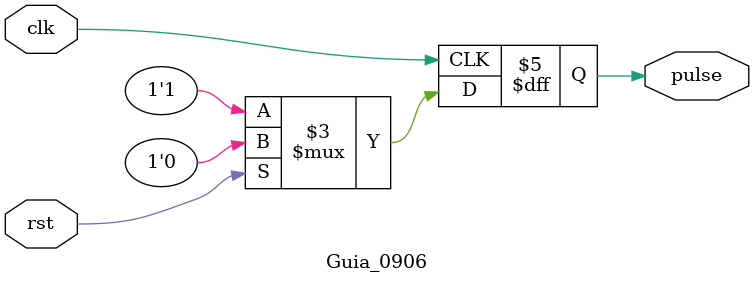
<source format=v>

module Guia_0906(
    input clk,
    input rst,
    output reg pulse
    );

    always @(negedge clk) begin
        if (rst) begin
            pulse <= 0;
        end else begin
            pulse <= 1;
        end
    end

endmodule


</source>
